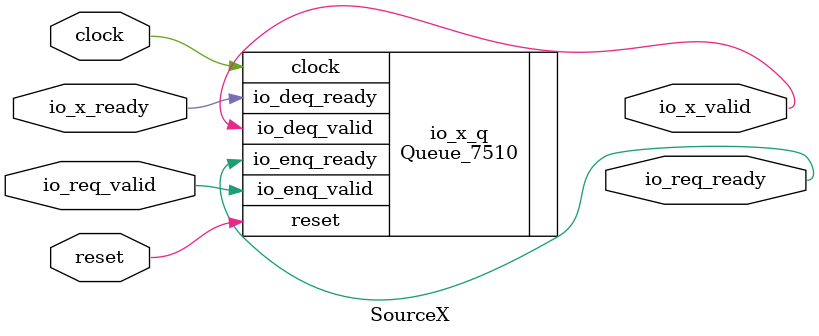
<source format=sv>
`ifndef RANDOMIZE
  `ifdef RANDOMIZE_REG_INIT
    `define RANDOMIZE
  `endif // RANDOMIZE_REG_INIT
`endif // not def RANDOMIZE
`ifndef RANDOMIZE
  `ifdef RANDOMIZE_MEM_INIT
    `define RANDOMIZE
  `endif // RANDOMIZE_MEM_INIT
`endif // not def RANDOMIZE

`ifndef RANDOM
  `define RANDOM $random
`endif // not def RANDOM

// Users can define 'PRINTF_COND' to add an extra gate to prints.
`ifndef PRINTF_COND_
  `ifdef PRINTF_COND
    `define PRINTF_COND_ (`PRINTF_COND)
  `else  // PRINTF_COND
    `define PRINTF_COND_ 1
  `endif // PRINTF_COND
`endif // not def PRINTF_COND_

// Users can define 'ASSERT_VERBOSE_COND' to add an extra gate to assert error printing.
`ifndef ASSERT_VERBOSE_COND_
  `ifdef ASSERT_VERBOSE_COND
    `define ASSERT_VERBOSE_COND_ (`ASSERT_VERBOSE_COND)
  `else  // ASSERT_VERBOSE_COND
    `define ASSERT_VERBOSE_COND_ 1
  `endif // ASSERT_VERBOSE_COND
`endif // not def ASSERT_VERBOSE_COND_

// Users can define 'STOP_COND' to add an extra gate to stop conditions.
`ifndef STOP_COND_
  `ifdef STOP_COND
    `define STOP_COND_ (`STOP_COND)
  `else  // STOP_COND
    `define STOP_COND_ 1
  `endif // STOP_COND
`endif // not def STOP_COND_

// Users can define INIT_RANDOM as general code that gets injected into the
// initializer block for modules with registers.
`ifndef INIT_RANDOM
  `define INIT_RANDOM
`endif // not def INIT_RANDOM

// If using random initialization, you can also define RANDOMIZE_DELAY to
// customize the delay used, otherwise 0.002 is used.
`ifndef RANDOMIZE_DELAY
  `define RANDOMIZE_DELAY 0.002
`endif // not def RANDOMIZE_DELAY

// Define INIT_RANDOM_PROLOG_ for use in our modules below.
`ifndef INIT_RANDOM_PROLOG_
  `ifdef RANDOMIZE
    `ifdef VERILATOR
      `define INIT_RANDOM_PROLOG_ `INIT_RANDOM
    `else  // VERILATOR
      `define INIT_RANDOM_PROLOG_ `INIT_RANDOM #`RANDOMIZE_DELAY begin end
    `endif // VERILATOR
  `else  // RANDOMIZE
    `define INIT_RANDOM_PROLOG_
  `endif // RANDOMIZE
`endif // not def INIT_RANDOM_PROLOG_

module SourceX(
  input  clock,
         reset,
         io_req_valid,
         io_x_ready,
  output io_req_ready,
         io_x_valid
);

  Queue_7510 io_x_q (	// @[Decoupled.scala:375:21]
    .clock        (clock),
    .reset        (reset),
    .io_enq_valid (io_req_valid),
    .io_deq_ready (io_x_ready),
    .io_enq_ready (io_req_ready),
    .io_deq_valid (io_x_valid)
  );
endmodule


</source>
